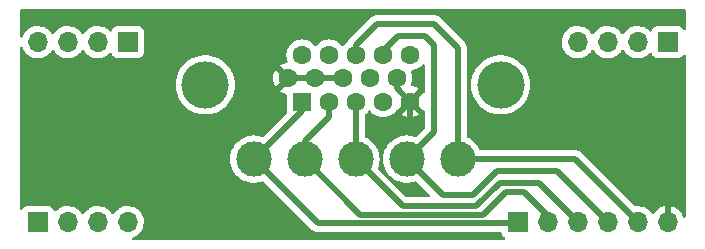
<source format=gbr>
%TF.GenerationSoftware,KiCad,Pcbnew,(6.0.0-0)*%
%TF.CreationDate,2022-07-05T21:59:04-04:00*%
%TF.ProjectId,IO-VGA-output,494f2d56-4741-42d6-9f75-747075742e6b,rev?*%
%TF.SameCoordinates,Original*%
%TF.FileFunction,Copper,L1,Top*%
%TF.FilePolarity,Positive*%
%FSLAX46Y46*%
G04 Gerber Fmt 4.6, Leading zero omitted, Abs format (unit mm)*
G04 Created by KiCad (PCBNEW (6.0.0-0)) date 2022-07-05 21:59:04*
%MOMM*%
%LPD*%
G01*
G04 APERTURE LIST*
%TA.AperFunction,SMDPad,CuDef*%
%ADD10C,3.000000*%
%TD*%
%TA.AperFunction,ComponentPad*%
%ADD11C,4.000000*%
%TD*%
%TA.AperFunction,ComponentPad*%
%ADD12R,1.600000X1.600000*%
%TD*%
%TA.AperFunction,ComponentPad*%
%ADD13C,1.600000*%
%TD*%
%TA.AperFunction,ComponentPad*%
%ADD14R,1.700000X1.700000*%
%TD*%
%TA.AperFunction,ComponentPad*%
%ADD15O,1.700000X1.700000*%
%TD*%
%TA.AperFunction,ViaPad*%
%ADD16C,0.800000*%
%TD*%
%TA.AperFunction,Conductor*%
%ADD17C,0.500000*%
%TD*%
G04 APERTURE END LIST*
D10*
%TO.P,TP1,1,1*%
%TO.N,VGA_BLUE*%
X147574000Y-100076000D03*
%TD*%
%TO.P,TP4,1,1*%
%TO.N,HSYNC*%
X156210000Y-100076000D03*
%TD*%
%TO.P,TP5,1,1*%
%TO.N,VSYNC*%
X151892000Y-100076000D03*
%TD*%
%TO.P,TP2,1,1*%
%TO.N,VGA_GREEN*%
X143256000Y-100076000D03*
%TD*%
D11*
%TO.P,J1,0*%
%TO.N,unconnected-(J1-Pad0)*%
X159835000Y-93788331D03*
X134835000Y-93788331D03*
D12*
%TO.P,J1,1*%
%TO.N,VGA_RED*%
X143020000Y-95208331D03*
D13*
%TO.P,J1,2*%
%TO.N,VGA_GREEN*%
X145310000Y-95208331D03*
%TO.P,J1,3*%
%TO.N,VGA_BLUE*%
X147600000Y-95208331D03*
%TO.P,J1,4*%
%TO.N,unconnected-(J1-Pad4)*%
X149890000Y-95208331D03*
%TO.P,J1,5*%
%TO.N,GND*%
X152180000Y-95208331D03*
%TO.P,J1,6*%
X141875000Y-93228331D03*
%TO.P,J1,7*%
X144165000Y-93228331D03*
%TO.P,J1,8*%
X146455000Y-93228331D03*
%TO.P,J1,9*%
%TO.N,unconnected-(J1-Pad9)*%
X148745000Y-93228331D03*
%TO.P,J1,10*%
%TO.N,GND*%
X151035000Y-93228331D03*
%TO.P,J1,11*%
%TO.N,unconnected-(J1-Pad11)*%
X143020000Y-91248331D03*
%TO.P,J1,12*%
%TO.N,unconnected-(J1-Pad12)*%
X145310000Y-91248331D03*
%TO.P,J1,13*%
%TO.N,HSYNC*%
X147600000Y-91248331D03*
%TO.P,J1,14*%
%TO.N,VSYNC*%
X149890000Y-91248331D03*
%TO.P,J1,15*%
%TO.N,unconnected-(J1-Pad15)*%
X152180000Y-91248331D03*
%TD*%
D10*
%TO.P,TP3,1,1*%
%TO.N,VGA_RED*%
X138938000Y-100076000D03*
%TD*%
D14*
%TO.P,J2,1,Pin_1*%
%TO.N,unconnected-(J2-Pad1)*%
X120650000Y-105410000D03*
D15*
%TO.P,J2,2,Pin_2*%
%TO.N,unconnected-(J2-Pad2)*%
X123190000Y-105410000D03*
%TO.P,J2,3,Pin_3*%
%TO.N,unconnected-(J2-Pad3)*%
X125730000Y-105410000D03*
%TO.P,J2,4,Pin_4*%
%TO.N,unconnected-(J2-Pad4)*%
X128270000Y-105410000D03*
%TD*%
D14*
%TO.P,J3,1,Pin_1*%
%TO.N,VGA_RED*%
X161290000Y-105410000D03*
D15*
%TO.P,J3,2,Pin_2*%
%TO.N,VGA_GREEN*%
X163830000Y-105410000D03*
%TO.P,J3,3,Pin_3*%
%TO.N,VGA_BLUE*%
X166370000Y-105410000D03*
%TO.P,J3,4,Pin_4*%
%TO.N,VSYNC*%
X168910000Y-105410000D03*
%TO.P,J3,5,Pin_5*%
%TO.N,HSYNC*%
X171450000Y-105410000D03*
%TO.P,J3,6,Pin_6*%
%TO.N,GND*%
X173990000Y-105410000D03*
%TD*%
D14*
%TO.P,J5,1,Pin_1*%
%TO.N,unconnected-(J5-Pad1)*%
X173980000Y-90170000D03*
D15*
%TO.P,J5,2,Pin_2*%
%TO.N,unconnected-(J5-Pad2)*%
X171440000Y-90170000D03*
%TO.P,J5,3,Pin_3*%
%TO.N,unconnected-(J5-Pad3)*%
X168900000Y-90170000D03*
%TO.P,J5,4,Pin_4*%
%TO.N,unconnected-(J5-Pad4)*%
X166360000Y-90170000D03*
%TD*%
D14*
%TO.P,J4,1,Pin_1*%
%TO.N,unconnected-(J4-Pad1)*%
X128270000Y-90170000D03*
D15*
%TO.P,J4,2,Pin_2*%
%TO.N,unconnected-(J4-Pad2)*%
X125730000Y-90170000D03*
%TO.P,J4,3,Pin_3*%
%TO.N,unconnected-(J4-Pad3)*%
X123190000Y-90170000D03*
%TO.P,J4,4,Pin_4*%
%TO.N,unconnected-(J4-Pad4)*%
X120650000Y-90170000D03*
%TD*%
D16*
%TO.N,GND*%
X159258000Y-98044000D03*
X152146000Y-97028000D03*
X139192000Y-94996000D03*
%TD*%
D17*
%TO.N,VGA_RED*%
X161290000Y-105410000D02*
X161223465Y-105476535D01*
X161223465Y-105476535D02*
X144338535Y-105476535D01*
X144338535Y-105476535D02*
X138938000Y-100076000D01*
X143020000Y-95994000D02*
X143020000Y-95208331D01*
X138938000Y-100076000D02*
X143020000Y-95994000D01*
%TO.N,VGA_GREEN*%
X147957022Y-104777022D02*
X143256000Y-100076000D01*
X163830000Y-104902000D02*
X161798000Y-102870000D01*
X145310000Y-96498000D02*
X145310000Y-95208331D01*
X161798000Y-102870000D02*
X160274000Y-102870000D01*
X143256000Y-98552000D02*
X145310000Y-96498000D01*
X160274000Y-102870000D02*
X158366978Y-104777022D01*
X143256000Y-100076000D02*
X143256000Y-98552000D01*
X163830000Y-105410000D02*
X163830000Y-104902000D01*
X158366978Y-104777022D02*
X147957022Y-104777022D01*
%TO.N,VGA_BLUE*%
X163068000Y-102108000D02*
X159766000Y-102108000D01*
X159766000Y-102108000D02*
X157796489Y-104077511D01*
X166370000Y-105410000D02*
X163068000Y-102108000D01*
X157796489Y-104077511D02*
X151575511Y-104077511D01*
X147574000Y-95234331D02*
X147600000Y-95208331D01*
X151575511Y-104077511D02*
X147574000Y-100076000D01*
X147574000Y-100076000D02*
X147574000Y-95234331D01*
%TO.N,GND*%
X152180000Y-96994000D02*
X152146000Y-97028000D01*
X151035000Y-93228331D02*
X151035000Y-94063331D01*
X151035000Y-94063331D02*
X152180000Y-95208331D01*
X141875000Y-93228331D02*
X146455000Y-93228331D01*
X152180000Y-95208331D02*
X152180000Y-96994000D01*
%TO.N,HSYNC*%
X149352000Y-88646000D02*
X147600000Y-90398000D01*
X154178000Y-88646000D02*
X149352000Y-88646000D01*
X171450000Y-105410000D02*
X166116000Y-100076000D01*
X166116000Y-100076000D02*
X156210000Y-100076000D01*
X156210000Y-100076000D02*
X156210000Y-90678000D01*
X156210000Y-90678000D02*
X154178000Y-88646000D01*
X147600000Y-90398000D02*
X147600000Y-91248331D01*
%TO.N,VSYNC*%
X154940000Y-103124000D02*
X151892000Y-100076000D01*
X149890000Y-90902000D02*
X149890000Y-91248331D01*
X168910000Y-105410000D02*
X164592000Y-101092000D01*
X153416000Y-89662000D02*
X151130000Y-89662000D01*
X154178000Y-97790000D02*
X154178000Y-90424000D01*
X154178000Y-90424000D02*
X153416000Y-89662000D01*
X151130000Y-89662000D02*
X149890000Y-90902000D01*
X157480000Y-103124000D02*
X154940000Y-103124000D01*
X151892000Y-100076000D02*
X154178000Y-97790000D01*
X159512000Y-101092000D02*
X157480000Y-103124000D01*
X164592000Y-101092000D02*
X159512000Y-101092000D01*
%TD*%
%TA.AperFunction,Conductor*%
%TO.N,GND*%
G36*
X175456121Y-87396002D02*
G01*
X175502614Y-87449658D01*
X175514000Y-87502000D01*
X175514000Y-89009710D01*
X175493998Y-89077831D01*
X175440342Y-89124324D01*
X175370068Y-89134428D01*
X175305488Y-89104934D01*
X175281182Y-89074808D01*
X175280615Y-89073295D01*
X175275230Y-89066109D01*
X175198642Y-88963919D01*
X175193261Y-88956739D01*
X175076705Y-88869385D01*
X174940316Y-88818255D01*
X174878134Y-88811500D01*
X173081866Y-88811500D01*
X173019684Y-88818255D01*
X172883295Y-88869385D01*
X172766739Y-88956739D01*
X172679385Y-89073295D01*
X172676233Y-89081703D01*
X172634919Y-89191907D01*
X172592277Y-89248671D01*
X172525716Y-89273371D01*
X172456367Y-89258163D01*
X172423743Y-89232476D01*
X172373151Y-89176875D01*
X172373142Y-89176866D01*
X172369670Y-89173051D01*
X172365619Y-89169852D01*
X172365615Y-89169848D01*
X172198414Y-89037800D01*
X172198410Y-89037798D01*
X172194359Y-89034598D01*
X171998789Y-88926638D01*
X171993920Y-88924914D01*
X171993916Y-88924912D01*
X171793087Y-88853795D01*
X171793083Y-88853794D01*
X171788212Y-88852069D01*
X171783119Y-88851162D01*
X171783116Y-88851161D01*
X171573373Y-88813800D01*
X171573367Y-88813799D01*
X171568284Y-88812894D01*
X171494452Y-88811992D01*
X171350081Y-88810228D01*
X171350079Y-88810228D01*
X171344911Y-88810165D01*
X171124091Y-88843955D01*
X170911756Y-88913357D01*
X170713607Y-89016507D01*
X170709474Y-89019610D01*
X170709471Y-89019612D01*
X170539100Y-89147530D01*
X170534965Y-89150635D01*
X170495525Y-89191907D01*
X170441280Y-89248671D01*
X170380629Y-89312138D01*
X170273201Y-89469621D01*
X170218293Y-89514621D01*
X170147768Y-89522792D01*
X170084021Y-89491538D01*
X170063324Y-89467054D01*
X169982822Y-89342617D01*
X169982820Y-89342614D01*
X169980014Y-89338277D01*
X169829670Y-89173051D01*
X169825619Y-89169852D01*
X169825615Y-89169848D01*
X169658414Y-89037800D01*
X169658410Y-89037798D01*
X169654359Y-89034598D01*
X169458789Y-88926638D01*
X169453920Y-88924914D01*
X169453916Y-88924912D01*
X169253087Y-88853795D01*
X169253083Y-88853794D01*
X169248212Y-88852069D01*
X169243119Y-88851162D01*
X169243116Y-88851161D01*
X169033373Y-88813800D01*
X169033367Y-88813799D01*
X169028284Y-88812894D01*
X168954452Y-88811992D01*
X168810081Y-88810228D01*
X168810079Y-88810228D01*
X168804911Y-88810165D01*
X168584091Y-88843955D01*
X168371756Y-88913357D01*
X168173607Y-89016507D01*
X168169474Y-89019610D01*
X168169471Y-89019612D01*
X167999100Y-89147530D01*
X167994965Y-89150635D01*
X167955525Y-89191907D01*
X167901280Y-89248671D01*
X167840629Y-89312138D01*
X167733201Y-89469621D01*
X167678293Y-89514621D01*
X167607768Y-89522792D01*
X167544021Y-89491538D01*
X167523324Y-89467054D01*
X167442822Y-89342617D01*
X167442820Y-89342614D01*
X167440014Y-89338277D01*
X167289670Y-89173051D01*
X167285619Y-89169852D01*
X167285615Y-89169848D01*
X167118414Y-89037800D01*
X167118410Y-89037798D01*
X167114359Y-89034598D01*
X166918789Y-88926638D01*
X166913920Y-88924914D01*
X166913916Y-88924912D01*
X166713087Y-88853795D01*
X166713083Y-88853794D01*
X166708212Y-88852069D01*
X166703119Y-88851162D01*
X166703116Y-88851161D01*
X166493373Y-88813800D01*
X166493367Y-88813799D01*
X166488284Y-88812894D01*
X166414452Y-88811992D01*
X166270081Y-88810228D01*
X166270079Y-88810228D01*
X166264911Y-88810165D01*
X166044091Y-88843955D01*
X165831756Y-88913357D01*
X165633607Y-89016507D01*
X165629474Y-89019610D01*
X165629471Y-89019612D01*
X165459100Y-89147530D01*
X165454965Y-89150635D01*
X165415525Y-89191907D01*
X165361280Y-89248671D01*
X165300629Y-89312138D01*
X165174743Y-89496680D01*
X165080688Y-89699305D01*
X165020989Y-89914570D01*
X164997251Y-90136695D01*
X164997548Y-90141848D01*
X164997548Y-90141851D01*
X165000757Y-90197500D01*
X165010110Y-90359715D01*
X165011247Y-90364761D01*
X165011248Y-90364767D01*
X165025846Y-90429542D01*
X165059222Y-90577639D01*
X165143266Y-90784616D01*
X165180685Y-90845678D01*
X165257291Y-90970688D01*
X165259987Y-90975088D01*
X165406250Y-91143938D01*
X165578126Y-91286632D01*
X165771000Y-91399338D01*
X165979692Y-91479030D01*
X165984760Y-91480061D01*
X165984763Y-91480062D01*
X166092017Y-91501883D01*
X166198597Y-91523567D01*
X166203772Y-91523757D01*
X166203774Y-91523757D01*
X166416673Y-91531564D01*
X166416677Y-91531564D01*
X166421837Y-91531753D01*
X166426957Y-91531097D01*
X166426959Y-91531097D01*
X166638288Y-91504025D01*
X166638289Y-91504025D01*
X166643416Y-91503368D01*
X166715529Y-91481733D01*
X166852429Y-91440661D01*
X166852434Y-91440659D01*
X166857384Y-91439174D01*
X167057994Y-91340896D01*
X167239860Y-91211173D01*
X167398096Y-91053489D01*
X167457594Y-90970689D01*
X167528453Y-90872077D01*
X167529776Y-90873028D01*
X167576645Y-90829857D01*
X167646580Y-90817625D01*
X167712026Y-90845144D01*
X167739875Y-90876994D01*
X167799987Y-90975088D01*
X167946250Y-91143938D01*
X168118126Y-91286632D01*
X168311000Y-91399338D01*
X168519692Y-91479030D01*
X168524760Y-91480061D01*
X168524763Y-91480062D01*
X168632017Y-91501883D01*
X168738597Y-91523567D01*
X168743772Y-91523757D01*
X168743774Y-91523757D01*
X168956673Y-91531564D01*
X168956677Y-91531564D01*
X168961837Y-91531753D01*
X168966957Y-91531097D01*
X168966959Y-91531097D01*
X169178288Y-91504025D01*
X169178289Y-91504025D01*
X169183416Y-91503368D01*
X169255529Y-91481733D01*
X169392429Y-91440661D01*
X169392434Y-91440659D01*
X169397384Y-91439174D01*
X169597994Y-91340896D01*
X169779860Y-91211173D01*
X169938096Y-91053489D01*
X169997594Y-90970689D01*
X170068453Y-90872077D01*
X170069776Y-90873028D01*
X170116645Y-90829857D01*
X170186580Y-90817625D01*
X170252026Y-90845144D01*
X170279875Y-90876994D01*
X170339987Y-90975088D01*
X170486250Y-91143938D01*
X170658126Y-91286632D01*
X170851000Y-91399338D01*
X171059692Y-91479030D01*
X171064760Y-91480061D01*
X171064763Y-91480062D01*
X171172017Y-91501883D01*
X171278597Y-91523567D01*
X171283772Y-91523757D01*
X171283774Y-91523757D01*
X171496673Y-91531564D01*
X171496677Y-91531564D01*
X171501837Y-91531753D01*
X171506957Y-91531097D01*
X171506959Y-91531097D01*
X171718288Y-91504025D01*
X171718289Y-91504025D01*
X171723416Y-91503368D01*
X171795529Y-91481733D01*
X171932429Y-91440661D01*
X171932434Y-91440659D01*
X171937384Y-91439174D01*
X172137994Y-91340896D01*
X172319860Y-91211173D01*
X172428091Y-91103319D01*
X172490462Y-91069404D01*
X172561268Y-91074592D01*
X172618030Y-91117238D01*
X172635012Y-91148341D01*
X172679385Y-91266705D01*
X172766739Y-91383261D01*
X172883295Y-91470615D01*
X173019684Y-91521745D01*
X173081866Y-91528500D01*
X174878134Y-91528500D01*
X174940316Y-91521745D01*
X175076705Y-91470615D01*
X175193261Y-91383261D01*
X175241501Y-91318894D01*
X175275231Y-91273889D01*
X175275231Y-91273888D01*
X175280615Y-91266705D01*
X175280646Y-91266622D01*
X175327738Y-91219635D01*
X175397129Y-91204621D01*
X175463622Y-91229506D01*
X175506105Y-91286390D01*
X175514000Y-91330290D01*
X175514000Y-104903361D01*
X175493998Y-104971482D01*
X175440342Y-105017975D01*
X175370068Y-105028079D01*
X175305488Y-104998585D01*
X175272450Y-104953603D01*
X175192972Y-104770814D01*
X175188105Y-104761739D01*
X175072426Y-104582926D01*
X175066136Y-104574757D01*
X174922806Y-104417240D01*
X174915273Y-104410215D01*
X174748139Y-104278222D01*
X174739552Y-104272517D01*
X174553117Y-104169599D01*
X174543705Y-104165369D01*
X174342959Y-104094280D01*
X174332988Y-104091646D01*
X174261837Y-104078972D01*
X174248540Y-104080432D01*
X174244000Y-104094989D01*
X174244000Y-105538000D01*
X174223998Y-105606121D01*
X174170342Y-105652614D01*
X174118000Y-105664000D01*
X173862000Y-105664000D01*
X173793879Y-105643998D01*
X173747386Y-105590342D01*
X173736000Y-105538000D01*
X173736000Y-104093102D01*
X173732082Y-104079758D01*
X173717806Y-104077771D01*
X173679324Y-104083660D01*
X173669288Y-104086051D01*
X173466868Y-104152212D01*
X173457359Y-104156209D01*
X173268463Y-104254542D01*
X173259738Y-104260036D01*
X173089433Y-104387905D01*
X173081726Y-104394748D01*
X172934590Y-104548717D01*
X172928109Y-104556722D01*
X172823498Y-104710074D01*
X172768587Y-104755076D01*
X172698062Y-104763247D01*
X172634315Y-104731993D01*
X172613618Y-104707509D01*
X172532822Y-104582617D01*
X172532820Y-104582614D01*
X172530014Y-104578277D01*
X172379670Y-104413051D01*
X172375619Y-104409852D01*
X172375615Y-104409848D01*
X172208414Y-104277800D01*
X172208410Y-104277798D01*
X172204359Y-104274598D01*
X172168028Y-104254542D01*
X172129256Y-104233139D01*
X172008789Y-104166638D01*
X172003920Y-104164914D01*
X172003916Y-104164912D01*
X171803087Y-104093795D01*
X171803083Y-104093794D01*
X171798212Y-104092069D01*
X171793119Y-104091162D01*
X171793116Y-104091161D01*
X171583373Y-104053800D01*
X171583367Y-104053799D01*
X171578284Y-104052894D01*
X171507770Y-104052033D01*
X171360082Y-104050228D01*
X171360080Y-104050228D01*
X171354911Y-104050165D01*
X171331156Y-104053800D01*
X171251385Y-104066006D01*
X171181023Y-104056538D01*
X171143232Y-104030551D01*
X166699770Y-99587089D01*
X166687384Y-99572677D01*
X166678851Y-99561082D01*
X166678846Y-99561077D01*
X166674508Y-99555182D01*
X166668930Y-99550443D01*
X166668927Y-99550440D01*
X166634232Y-99520965D01*
X166626716Y-99514035D01*
X166621021Y-99508340D01*
X166614880Y-99503482D01*
X166598749Y-99490719D01*
X166595345Y-99487928D01*
X166545297Y-99445409D01*
X166545295Y-99445408D01*
X166539715Y-99440667D01*
X166533199Y-99437339D01*
X166528150Y-99433972D01*
X166523021Y-99430805D01*
X166517284Y-99426266D01*
X166451125Y-99395345D01*
X166447225Y-99393439D01*
X166382192Y-99360231D01*
X166375084Y-99358492D01*
X166369441Y-99356393D01*
X166363678Y-99354476D01*
X166357050Y-99351378D01*
X166285583Y-99336513D01*
X166281299Y-99335543D01*
X166210390Y-99318192D01*
X166204788Y-99317844D01*
X166204785Y-99317844D01*
X166199236Y-99317500D01*
X166199238Y-99317464D01*
X166195245Y-99317225D01*
X166191053Y-99316851D01*
X166183885Y-99315360D01*
X166117675Y-99317151D01*
X166106479Y-99317454D01*
X166103072Y-99317500D01*
X158155557Y-99317500D01*
X158087436Y-99297498D01*
X158043591Y-99249290D01*
X157933978Y-99036919D01*
X157933978Y-99036918D01*
X157932013Y-99033112D01*
X157922040Y-99018921D01*
X157777008Y-98812562D01*
X157774545Y-98809057D01*
X157588125Y-98608445D01*
X157584807Y-98605729D01*
X157584806Y-98605728D01*
X157454069Y-98498721D01*
X157376205Y-98434990D01*
X157152032Y-98297617D01*
X157146366Y-98294145D01*
X157146365Y-98294145D01*
X157142704Y-98291901D01*
X157138768Y-98290173D01*
X157043854Y-98248508D01*
X156989518Y-98202812D01*
X156968500Y-98133135D01*
X156968500Y-93788331D01*
X157321540Y-93788331D01*
X157341359Y-94103351D01*
X157400505Y-94413403D01*
X157498044Y-94713597D01*
X157499731Y-94717183D01*
X157499733Y-94717187D01*
X157630750Y-94995614D01*
X157630754Y-94995621D01*
X157632438Y-94999200D01*
X157801568Y-95265706D01*
X158002767Y-95508913D01*
X158232860Y-95724985D01*
X158488221Y-95910515D01*
X158491690Y-95912422D01*
X158491693Y-95912424D01*
X158761352Y-96060671D01*
X158764821Y-96062578D01*
X158768490Y-96064031D01*
X158768495Y-96064033D01*
X158944487Y-96133713D01*
X159058298Y-96178774D01*
X159364025Y-96257271D01*
X159677179Y-96296831D01*
X159992821Y-96296831D01*
X160305975Y-96257271D01*
X160611702Y-96178774D01*
X160725513Y-96133713D01*
X160901505Y-96064033D01*
X160901510Y-96064031D01*
X160905179Y-96062578D01*
X160908648Y-96060671D01*
X161178307Y-95912424D01*
X161178310Y-95912422D01*
X161181779Y-95910515D01*
X161437140Y-95724985D01*
X161667233Y-95508913D01*
X161868432Y-95265706D01*
X162037562Y-94999200D01*
X162039246Y-94995621D01*
X162039250Y-94995614D01*
X162170267Y-94717187D01*
X162170269Y-94717183D01*
X162171956Y-94713597D01*
X162269495Y-94413403D01*
X162328641Y-94103351D01*
X162348460Y-93788331D01*
X162328641Y-93473311D01*
X162269495Y-93163259D01*
X162171956Y-92863065D01*
X162170267Y-92859475D01*
X162039250Y-92581048D01*
X162039246Y-92581041D01*
X162037562Y-92577462D01*
X162033831Y-92571582D01*
X161975896Y-92480292D01*
X161868432Y-92310956D01*
X161684745Y-92088917D01*
X161669758Y-92070801D01*
X161669757Y-92070800D01*
X161667233Y-92067749D01*
X161437140Y-91851677D01*
X161181779Y-91666147D01*
X160936126Y-91531097D01*
X160908648Y-91515991D01*
X160908647Y-91515990D01*
X160905179Y-91514084D01*
X160901510Y-91512631D01*
X160901505Y-91512629D01*
X160615372Y-91399341D01*
X160615371Y-91399341D01*
X160611702Y-91397888D01*
X160305975Y-91319391D01*
X159992821Y-91279831D01*
X159677179Y-91279831D01*
X159364025Y-91319391D01*
X159058298Y-91397888D01*
X159054629Y-91399341D01*
X159054628Y-91399341D01*
X158768495Y-91512629D01*
X158768490Y-91512631D01*
X158764821Y-91514084D01*
X158761353Y-91515990D01*
X158761352Y-91515991D01*
X158733875Y-91531097D01*
X158488221Y-91666147D01*
X158232860Y-91851677D01*
X158002767Y-92067749D01*
X158000243Y-92070800D01*
X158000242Y-92070801D01*
X157985255Y-92088917D01*
X157801568Y-92310956D01*
X157694104Y-92480292D01*
X157636170Y-92571582D01*
X157632438Y-92577462D01*
X157630754Y-92581041D01*
X157630750Y-92581048D01*
X157499733Y-92859475D01*
X157498044Y-92863065D01*
X157400505Y-93163259D01*
X157341359Y-93473311D01*
X157321540Y-93788331D01*
X156968500Y-93788331D01*
X156968500Y-90745070D01*
X156969933Y-90726120D01*
X156972099Y-90711885D01*
X156972099Y-90711881D01*
X156973199Y-90704651D01*
X156972193Y-90692276D01*
X156968915Y-90651982D01*
X156968500Y-90641767D01*
X156968500Y-90633707D01*
X156965209Y-90605480D01*
X156964778Y-90601121D01*
X156964002Y-90591582D01*
X156958860Y-90528364D01*
X156956605Y-90521403D01*
X156955418Y-90515463D01*
X156954029Y-90509588D01*
X156953182Y-90502319D01*
X156928264Y-90433670D01*
X156926847Y-90429542D01*
X156906607Y-90367064D01*
X156906606Y-90367062D01*
X156904351Y-90360101D01*
X156900555Y-90353846D01*
X156898049Y-90348372D01*
X156895330Y-90342942D01*
X156892833Y-90336063D01*
X156852814Y-90275024D01*
X156850467Y-90271305D01*
X156832765Y-90242133D01*
X156812595Y-90208893D01*
X156805197Y-90200516D01*
X156805224Y-90200492D01*
X156802571Y-90197500D01*
X156799868Y-90194267D01*
X156795856Y-90188148D01*
X156739617Y-90134872D01*
X156737175Y-90132494D01*
X154761770Y-88157089D01*
X154749384Y-88142677D01*
X154740851Y-88131082D01*
X154740846Y-88131077D01*
X154736508Y-88125182D01*
X154730930Y-88120443D01*
X154730927Y-88120440D01*
X154696232Y-88090965D01*
X154688716Y-88084035D01*
X154683021Y-88078340D01*
X154666736Y-88065456D01*
X154660749Y-88060719D01*
X154657345Y-88057928D01*
X154607297Y-88015409D01*
X154607295Y-88015408D01*
X154601715Y-88010667D01*
X154595199Y-88007339D01*
X154590150Y-88003972D01*
X154585021Y-88000805D01*
X154579284Y-87996266D01*
X154513125Y-87965345D01*
X154509225Y-87963439D01*
X154444192Y-87930231D01*
X154437084Y-87928492D01*
X154431441Y-87926393D01*
X154425678Y-87924476D01*
X154419050Y-87921378D01*
X154347583Y-87906513D01*
X154343299Y-87905543D01*
X154308958Y-87897140D01*
X154272390Y-87888192D01*
X154266788Y-87887844D01*
X154266785Y-87887844D01*
X154261236Y-87887500D01*
X154261238Y-87887464D01*
X154257245Y-87887225D01*
X154253053Y-87886851D01*
X154245885Y-87885360D01*
X154182120Y-87887085D01*
X154168479Y-87887454D01*
X154165072Y-87887500D01*
X149419069Y-87887500D01*
X149400121Y-87886067D01*
X149392780Y-87884950D01*
X149385883Y-87883901D01*
X149385881Y-87883901D01*
X149378651Y-87882801D01*
X149371359Y-87883394D01*
X149371356Y-87883394D01*
X149325982Y-87887085D01*
X149315767Y-87887500D01*
X149307707Y-87887500D01*
X149294417Y-87889049D01*
X149279493Y-87890789D01*
X149275118Y-87891222D01*
X149209661Y-87896546D01*
X149209658Y-87896547D01*
X149202363Y-87897140D01*
X149195399Y-87899396D01*
X149189440Y-87900587D01*
X149183585Y-87901971D01*
X149176319Y-87902818D01*
X149107673Y-87927735D01*
X149103545Y-87929152D01*
X149041064Y-87949393D01*
X149041062Y-87949394D01*
X149034101Y-87951649D01*
X149027846Y-87955445D01*
X149022372Y-87957951D01*
X149016942Y-87960670D01*
X149010063Y-87963167D01*
X149003943Y-87967180D01*
X149003942Y-87967180D01*
X148949024Y-88003186D01*
X148945320Y-88005523D01*
X148882893Y-88043405D01*
X148874516Y-88050803D01*
X148874492Y-88050776D01*
X148871500Y-88053429D01*
X148868267Y-88056132D01*
X148862148Y-88060144D01*
X148832951Y-88090965D01*
X148808872Y-88116383D01*
X148806494Y-88118825D01*
X147111089Y-89814230D01*
X147096677Y-89826616D01*
X147085082Y-89835149D01*
X147085077Y-89835154D01*
X147079182Y-89839492D01*
X147074443Y-89845070D01*
X147074440Y-89845073D01*
X147044965Y-89879768D01*
X147038035Y-89887284D01*
X147032340Y-89892979D01*
X147030060Y-89895861D01*
X147014719Y-89915251D01*
X147011928Y-89918655D01*
X146998184Y-89934833D01*
X146964667Y-89974285D01*
X146961339Y-89980801D01*
X146957972Y-89985850D01*
X146954805Y-89990979D01*
X146950266Y-89996716D01*
X146919345Y-90062875D01*
X146917442Y-90066769D01*
X146884231Y-90131808D01*
X146881959Y-90130648D01*
X146843086Y-90180944D01*
X146796321Y-90213690D01*
X146755700Y-90242133D01*
X146593802Y-90404031D01*
X146590645Y-90408539D01*
X146590643Y-90408542D01*
X146558213Y-90454857D01*
X146502756Y-90499185D01*
X146432136Y-90506494D01*
X146368776Y-90474463D01*
X146351787Y-90454857D01*
X146319357Y-90408542D01*
X146319355Y-90408539D01*
X146316198Y-90404031D01*
X146154300Y-90242133D01*
X146149792Y-90238976D01*
X146149789Y-90238974D01*
X146066913Y-90180944D01*
X145966749Y-90110808D01*
X145961767Y-90108485D01*
X145961762Y-90108482D01*
X145764225Y-90016370D01*
X145764224Y-90016370D01*
X145759243Y-90014047D01*
X145753935Y-90012625D01*
X145753933Y-90012624D01*
X145543402Y-89956212D01*
X145543400Y-89956212D01*
X145538087Y-89954788D01*
X145310000Y-89934833D01*
X145081913Y-89954788D01*
X145076600Y-89956212D01*
X145076598Y-89956212D01*
X144866067Y-90012624D01*
X144866065Y-90012625D01*
X144860757Y-90014047D01*
X144855776Y-90016370D01*
X144855775Y-90016370D01*
X144658238Y-90108482D01*
X144658233Y-90108485D01*
X144653251Y-90110808D01*
X144553087Y-90180944D01*
X144470211Y-90238974D01*
X144470208Y-90238976D01*
X144465700Y-90242133D01*
X144303802Y-90404031D01*
X144300645Y-90408539D01*
X144300643Y-90408542D01*
X144268213Y-90454857D01*
X144212756Y-90499185D01*
X144142136Y-90506494D01*
X144078776Y-90474463D01*
X144061787Y-90454857D01*
X144029357Y-90408542D01*
X144029355Y-90408539D01*
X144026198Y-90404031D01*
X143864300Y-90242133D01*
X143859792Y-90238976D01*
X143859789Y-90238974D01*
X143776913Y-90180944D01*
X143676749Y-90110808D01*
X143671767Y-90108485D01*
X143671762Y-90108482D01*
X143474225Y-90016370D01*
X143474224Y-90016370D01*
X143469243Y-90014047D01*
X143463935Y-90012625D01*
X143463933Y-90012624D01*
X143253402Y-89956212D01*
X143253400Y-89956212D01*
X143248087Y-89954788D01*
X143020000Y-89934833D01*
X142791913Y-89954788D01*
X142786600Y-89956212D01*
X142786598Y-89956212D01*
X142576067Y-90012624D01*
X142576065Y-90012625D01*
X142570757Y-90014047D01*
X142565776Y-90016370D01*
X142565775Y-90016370D01*
X142368238Y-90108482D01*
X142368233Y-90108485D01*
X142363251Y-90110808D01*
X142263087Y-90180944D01*
X142180211Y-90238974D01*
X142180208Y-90238976D01*
X142175700Y-90242133D01*
X142013802Y-90404031D01*
X141882477Y-90591582D01*
X141880154Y-90596564D01*
X141880151Y-90596569D01*
X141792464Y-90784616D01*
X141785716Y-90799088D01*
X141784294Y-90804396D01*
X141784293Y-90804398D01*
X141727881Y-91014929D01*
X141726457Y-91020244D01*
X141706502Y-91248331D01*
X141726457Y-91476418D01*
X141727881Y-91481731D01*
X141727881Y-91481733D01*
X141777919Y-91668474D01*
X141785716Y-91697574D01*
X141788039Y-91702555D01*
X141788039Y-91702556D01*
X141810730Y-91751217D01*
X141821391Y-91821409D01*
X141792411Y-91886222D01*
X141732991Y-91925078D01*
X141707516Y-91929988D01*
X141652480Y-91934803D01*
X141641688Y-91936706D01*
X141431239Y-91993095D01*
X141420947Y-91996841D01*
X141223489Y-92088917D01*
X141213994Y-92094400D01*
X141161952Y-92130840D01*
X141153576Y-92141319D01*
X141160644Y-92154765D01*
X142145115Y-93139236D01*
X142179141Y-93201548D01*
X142174076Y-93272363D01*
X142145115Y-93317426D01*
X141159923Y-94302618D01*
X141153493Y-94314393D01*
X141162789Y-94326408D01*
X141213994Y-94362262D01*
X141223489Y-94367745D01*
X141420947Y-94459821D01*
X141431239Y-94463567D01*
X141618111Y-94513639D01*
X141678734Y-94550591D01*
X141709755Y-94614451D01*
X141711500Y-94635346D01*
X141711500Y-96056465D01*
X141718255Y-96118647D01*
X141721029Y-96126047D01*
X141722852Y-96133713D01*
X141719150Y-96204613D01*
X141689364Y-96251955D01*
X139777814Y-98163505D01*
X139715502Y-98197531D01*
X139638074Y-98189783D01*
X139619945Y-98181825D01*
X139356566Y-98106800D01*
X139352324Y-98106196D01*
X139352318Y-98106195D01*
X139151834Y-98077662D01*
X139085443Y-98068213D01*
X138941589Y-98067460D01*
X138815877Y-98066802D01*
X138815871Y-98066802D01*
X138811591Y-98066780D01*
X138807347Y-98067339D01*
X138807343Y-98067339D01*
X138688302Y-98083011D01*
X138540078Y-98102525D01*
X138535938Y-98103658D01*
X138535936Y-98103658D01*
X138471722Y-98121225D01*
X138275928Y-98174788D01*
X138271980Y-98176472D01*
X138027982Y-98280546D01*
X138027978Y-98280548D01*
X138024030Y-98282232D01*
X137915593Y-98347130D01*
X137792725Y-98420664D01*
X137792721Y-98420667D01*
X137789043Y-98422868D01*
X137575318Y-98594094D01*
X137386808Y-98792742D01*
X137227002Y-99015136D01*
X137098857Y-99257161D01*
X137097385Y-99261184D01*
X137097383Y-99261188D01*
X137006214Y-99510317D01*
X137004743Y-99514337D01*
X136946404Y-99781907D01*
X136924917Y-100054918D01*
X136940682Y-100328320D01*
X136941507Y-100332525D01*
X136941508Y-100332533D01*
X136952127Y-100386657D01*
X136993405Y-100597053D01*
X136994792Y-100601103D01*
X136994793Y-100601108D01*
X137074811Y-100834821D01*
X137082112Y-100856144D01*
X137205160Y-101100799D01*
X137207586Y-101104328D01*
X137207589Y-101104334D01*
X137357843Y-101322953D01*
X137360274Y-101326490D01*
X137544582Y-101529043D01*
X137754675Y-101704707D01*
X137758316Y-101706991D01*
X137983024Y-101847951D01*
X137983028Y-101847953D01*
X137986664Y-101850234D01*
X138111460Y-101906582D01*
X138232345Y-101961164D01*
X138232349Y-101961166D01*
X138236257Y-101962930D01*
X138240377Y-101964150D01*
X138240376Y-101964150D01*
X138494723Y-102039491D01*
X138494727Y-102039492D01*
X138498836Y-102040709D01*
X138503070Y-102041357D01*
X138503075Y-102041358D01*
X138765298Y-102081483D01*
X138765300Y-102081483D01*
X138769540Y-102082132D01*
X138908912Y-102084322D01*
X139039071Y-102086367D01*
X139039077Y-102086367D01*
X139043362Y-102086434D01*
X139315235Y-102053534D01*
X139580127Y-101984041D01*
X139584096Y-101982397D01*
X139584099Y-101982396D01*
X139638981Y-101959663D01*
X139709571Y-101952073D01*
X139776295Y-101986976D01*
X143754765Y-105965446D01*
X143767151Y-105979858D01*
X143775684Y-105991453D01*
X143775689Y-105991458D01*
X143780027Y-105997353D01*
X143785605Y-106002092D01*
X143785608Y-106002095D01*
X143820303Y-106031570D01*
X143827819Y-106038500D01*
X143833514Y-106044195D01*
X143836396Y-106046475D01*
X143855786Y-106061816D01*
X143859190Y-106064607D01*
X143883364Y-106085144D01*
X143914820Y-106111868D01*
X143921336Y-106115196D01*
X143926385Y-106118563D01*
X143931514Y-106121730D01*
X143937251Y-106126269D01*
X144003410Y-106157190D01*
X144007304Y-106159093D01*
X144072343Y-106192304D01*
X144079452Y-106194043D01*
X144085086Y-106196139D01*
X144090856Y-106198058D01*
X144097485Y-106201157D01*
X144104648Y-106202647D01*
X144104651Y-106202648D01*
X144155365Y-106213196D01*
X144168970Y-106216026D01*
X144173236Y-106216992D01*
X144244145Y-106234343D01*
X144249747Y-106234691D01*
X144249750Y-106234691D01*
X144255299Y-106235035D01*
X144255297Y-106235070D01*
X144259269Y-106235310D01*
X144263490Y-106235687D01*
X144270650Y-106237176D01*
X144348077Y-106235081D01*
X144351485Y-106235035D01*
X159810506Y-106235035D01*
X159878627Y-106255037D01*
X159925120Y-106308693D01*
X159935769Y-106347429D01*
X159938255Y-106370316D01*
X159989385Y-106506705D01*
X160076739Y-106623261D01*
X160166176Y-106690290D01*
X160188704Y-106707174D01*
X160231219Y-106764033D01*
X160236245Y-106834852D01*
X160202185Y-106897145D01*
X160139854Y-106931135D01*
X160113139Y-106934000D01*
X128776460Y-106934000D01*
X128708339Y-106913998D01*
X128661846Y-106860342D01*
X128651742Y-106790068D01*
X128681236Y-106725488D01*
X128740253Y-106687314D01*
X128762425Y-106680662D01*
X128762427Y-106680661D01*
X128767384Y-106679174D01*
X128967994Y-106580896D01*
X129149860Y-106451173D01*
X129308096Y-106293489D01*
X129335727Y-106255037D01*
X129435435Y-106116277D01*
X129438453Y-106112077D01*
X129451995Y-106084678D01*
X129535136Y-105916453D01*
X129535137Y-105916451D01*
X129537430Y-105911811D01*
X129602370Y-105698069D01*
X129631529Y-105476590D01*
X129633156Y-105410000D01*
X129614852Y-105187361D01*
X129560431Y-104970702D01*
X129471354Y-104765840D01*
X129387400Y-104636067D01*
X129352822Y-104582617D01*
X129352820Y-104582614D01*
X129350014Y-104578277D01*
X129199670Y-104413051D01*
X129195619Y-104409852D01*
X129195615Y-104409848D01*
X129028414Y-104277800D01*
X129028410Y-104277798D01*
X129024359Y-104274598D01*
X128988028Y-104254542D01*
X128949256Y-104233139D01*
X128828789Y-104166638D01*
X128823920Y-104164914D01*
X128823916Y-104164912D01*
X128623087Y-104093795D01*
X128623083Y-104093794D01*
X128618212Y-104092069D01*
X128613119Y-104091162D01*
X128613116Y-104091161D01*
X128403373Y-104053800D01*
X128403367Y-104053799D01*
X128398284Y-104052894D01*
X128324452Y-104051992D01*
X128180081Y-104050228D01*
X128180079Y-104050228D01*
X128174911Y-104050165D01*
X127954091Y-104083955D01*
X127741756Y-104153357D01*
X127543607Y-104256507D01*
X127539474Y-104259610D01*
X127539471Y-104259612D01*
X127417462Y-104351219D01*
X127364965Y-104390635D01*
X127361393Y-104394373D01*
X127253729Y-104507037D01*
X127210629Y-104552138D01*
X127103201Y-104709621D01*
X127048293Y-104754621D01*
X126977768Y-104762792D01*
X126914021Y-104731538D01*
X126893324Y-104707054D01*
X126812822Y-104582617D01*
X126812820Y-104582614D01*
X126810014Y-104578277D01*
X126659670Y-104413051D01*
X126655619Y-104409852D01*
X126655615Y-104409848D01*
X126488414Y-104277800D01*
X126488410Y-104277798D01*
X126484359Y-104274598D01*
X126448028Y-104254542D01*
X126409256Y-104233139D01*
X126288789Y-104166638D01*
X126283920Y-104164914D01*
X126283916Y-104164912D01*
X126083087Y-104093795D01*
X126083083Y-104093794D01*
X126078212Y-104092069D01*
X126073119Y-104091162D01*
X126073116Y-104091161D01*
X125863373Y-104053800D01*
X125863367Y-104053799D01*
X125858284Y-104052894D01*
X125784452Y-104051992D01*
X125640081Y-104050228D01*
X125640079Y-104050228D01*
X125634911Y-104050165D01*
X125414091Y-104083955D01*
X125201756Y-104153357D01*
X125003607Y-104256507D01*
X124999474Y-104259610D01*
X124999471Y-104259612D01*
X124877462Y-104351219D01*
X124824965Y-104390635D01*
X124821393Y-104394373D01*
X124713729Y-104507037D01*
X124670629Y-104552138D01*
X124563201Y-104709621D01*
X124508293Y-104754621D01*
X124437768Y-104762792D01*
X124374021Y-104731538D01*
X124353324Y-104707054D01*
X124272822Y-104582617D01*
X124272820Y-104582614D01*
X124270014Y-104578277D01*
X124119670Y-104413051D01*
X124115619Y-104409852D01*
X124115615Y-104409848D01*
X123948414Y-104277800D01*
X123948410Y-104277798D01*
X123944359Y-104274598D01*
X123908028Y-104254542D01*
X123869256Y-104233139D01*
X123748789Y-104166638D01*
X123743920Y-104164914D01*
X123743916Y-104164912D01*
X123543087Y-104093795D01*
X123543083Y-104093794D01*
X123538212Y-104092069D01*
X123533119Y-104091162D01*
X123533116Y-104091161D01*
X123323373Y-104053800D01*
X123323367Y-104053799D01*
X123318284Y-104052894D01*
X123244452Y-104051992D01*
X123100081Y-104050228D01*
X123100079Y-104050228D01*
X123094911Y-104050165D01*
X122874091Y-104083955D01*
X122661756Y-104153357D01*
X122463607Y-104256507D01*
X122459474Y-104259610D01*
X122459471Y-104259612D01*
X122337462Y-104351219D01*
X122284965Y-104390635D01*
X122207866Y-104471315D01*
X122204283Y-104475064D01*
X122142759Y-104510494D01*
X122071846Y-104507037D01*
X122014060Y-104465791D01*
X121995207Y-104432243D01*
X121953767Y-104321703D01*
X121950615Y-104313295D01*
X121863261Y-104196739D01*
X121746705Y-104109385D01*
X121610316Y-104058255D01*
X121548134Y-104051500D01*
X119751866Y-104051500D01*
X119689684Y-104058255D01*
X119553295Y-104109385D01*
X119436739Y-104196739D01*
X119379947Y-104272517D01*
X119352826Y-104308704D01*
X119295967Y-104351219D01*
X119225148Y-104356245D01*
X119162855Y-104322185D01*
X119128865Y-104259854D01*
X119126000Y-104233139D01*
X119126000Y-93788331D01*
X132321540Y-93788331D01*
X132341359Y-94103351D01*
X132400505Y-94413403D01*
X132498044Y-94713597D01*
X132499731Y-94717183D01*
X132499733Y-94717187D01*
X132630750Y-94995614D01*
X132630754Y-94995621D01*
X132632438Y-94999200D01*
X132801568Y-95265706D01*
X133002767Y-95508913D01*
X133232860Y-95724985D01*
X133488221Y-95910515D01*
X133491690Y-95912422D01*
X133491693Y-95912424D01*
X133761352Y-96060671D01*
X133764821Y-96062578D01*
X133768490Y-96064031D01*
X133768495Y-96064033D01*
X133944487Y-96133713D01*
X134058298Y-96178774D01*
X134364025Y-96257271D01*
X134677179Y-96296831D01*
X134992821Y-96296831D01*
X135305975Y-96257271D01*
X135611702Y-96178774D01*
X135725513Y-96133713D01*
X135901505Y-96064033D01*
X135901510Y-96064031D01*
X135905179Y-96062578D01*
X135908648Y-96060671D01*
X136178307Y-95912424D01*
X136178310Y-95912422D01*
X136181779Y-95910515D01*
X136437140Y-95724985D01*
X136667233Y-95508913D01*
X136868432Y-95265706D01*
X137037562Y-94999200D01*
X137039246Y-94995621D01*
X137039250Y-94995614D01*
X137170267Y-94717187D01*
X137170269Y-94717183D01*
X137171956Y-94713597D01*
X137269495Y-94413403D01*
X137328641Y-94103351D01*
X137348460Y-93788331D01*
X137328641Y-93473311D01*
X137282953Y-93233806D01*
X140562483Y-93233806D01*
X140581472Y-93450850D01*
X140583375Y-93461643D01*
X140639764Y-93672092D01*
X140643510Y-93682384D01*
X140735586Y-93879842D01*
X140741069Y-93889337D01*
X140777509Y-93941379D01*
X140787988Y-93949755D01*
X140801434Y-93942687D01*
X141502978Y-93241143D01*
X141510592Y-93227199D01*
X141510461Y-93225366D01*
X141506210Y-93218751D01*
X140800713Y-92513254D01*
X140788938Y-92506824D01*
X140776923Y-92516120D01*
X140741069Y-92567325D01*
X140735586Y-92576820D01*
X140643510Y-92774278D01*
X140639764Y-92784570D01*
X140583375Y-92995019D01*
X140581472Y-93005812D01*
X140562483Y-93222856D01*
X140562483Y-93233806D01*
X137282953Y-93233806D01*
X137269495Y-93163259D01*
X137171956Y-92863065D01*
X137170267Y-92859475D01*
X137039250Y-92581048D01*
X137039246Y-92581041D01*
X137037562Y-92577462D01*
X137033831Y-92571582D01*
X136975896Y-92480292D01*
X136868432Y-92310956D01*
X136684745Y-92088917D01*
X136669758Y-92070801D01*
X136669757Y-92070800D01*
X136667233Y-92067749D01*
X136437140Y-91851677D01*
X136181779Y-91666147D01*
X135936126Y-91531097D01*
X135908648Y-91515991D01*
X135908647Y-91515990D01*
X135905179Y-91514084D01*
X135901510Y-91512631D01*
X135901505Y-91512629D01*
X135615372Y-91399341D01*
X135615371Y-91399341D01*
X135611702Y-91397888D01*
X135305975Y-91319391D01*
X134992821Y-91279831D01*
X134677179Y-91279831D01*
X134364025Y-91319391D01*
X134058298Y-91397888D01*
X134054629Y-91399341D01*
X134054628Y-91399341D01*
X133768495Y-91512629D01*
X133768490Y-91512631D01*
X133764821Y-91514084D01*
X133761353Y-91515990D01*
X133761352Y-91515991D01*
X133733875Y-91531097D01*
X133488221Y-91666147D01*
X133232860Y-91851677D01*
X133002767Y-92067749D01*
X133000243Y-92070800D01*
X133000242Y-92070801D01*
X132985255Y-92088917D01*
X132801568Y-92310956D01*
X132694104Y-92480292D01*
X132636170Y-92571582D01*
X132632438Y-92577462D01*
X132630754Y-92581041D01*
X132630750Y-92581048D01*
X132499733Y-92859475D01*
X132498044Y-92863065D01*
X132400505Y-93163259D01*
X132341359Y-93473311D01*
X132321540Y-93788331D01*
X119126000Y-93788331D01*
X119126000Y-90673118D01*
X119146002Y-90604997D01*
X119199658Y-90558504D01*
X119269932Y-90548400D01*
X119334512Y-90577894D01*
X119368743Y-90625714D01*
X119433266Y-90784616D01*
X119470685Y-90845678D01*
X119547291Y-90970688D01*
X119549987Y-90975088D01*
X119696250Y-91143938D01*
X119868126Y-91286632D01*
X120061000Y-91399338D01*
X120269692Y-91479030D01*
X120274760Y-91480061D01*
X120274763Y-91480062D01*
X120382017Y-91501883D01*
X120488597Y-91523567D01*
X120493772Y-91523757D01*
X120493774Y-91523757D01*
X120706673Y-91531564D01*
X120706677Y-91531564D01*
X120711837Y-91531753D01*
X120716957Y-91531097D01*
X120716959Y-91531097D01*
X120928288Y-91504025D01*
X120928289Y-91504025D01*
X120933416Y-91503368D01*
X121005529Y-91481733D01*
X121142429Y-91440661D01*
X121142434Y-91440659D01*
X121147384Y-91439174D01*
X121347994Y-91340896D01*
X121529860Y-91211173D01*
X121688096Y-91053489D01*
X121747594Y-90970689D01*
X121818453Y-90872077D01*
X121819776Y-90873028D01*
X121866645Y-90829857D01*
X121936580Y-90817625D01*
X122002026Y-90845144D01*
X122029875Y-90876994D01*
X122089987Y-90975088D01*
X122236250Y-91143938D01*
X122408126Y-91286632D01*
X122601000Y-91399338D01*
X122809692Y-91479030D01*
X122814760Y-91480061D01*
X122814763Y-91480062D01*
X122922017Y-91501883D01*
X123028597Y-91523567D01*
X123033772Y-91523757D01*
X123033774Y-91523757D01*
X123246673Y-91531564D01*
X123246677Y-91531564D01*
X123251837Y-91531753D01*
X123256957Y-91531097D01*
X123256959Y-91531097D01*
X123468288Y-91504025D01*
X123468289Y-91504025D01*
X123473416Y-91503368D01*
X123545529Y-91481733D01*
X123682429Y-91440661D01*
X123682434Y-91440659D01*
X123687384Y-91439174D01*
X123887994Y-91340896D01*
X124069860Y-91211173D01*
X124228096Y-91053489D01*
X124287594Y-90970689D01*
X124358453Y-90872077D01*
X124359776Y-90873028D01*
X124406645Y-90829857D01*
X124476580Y-90817625D01*
X124542026Y-90845144D01*
X124569875Y-90876994D01*
X124629987Y-90975088D01*
X124776250Y-91143938D01*
X124948126Y-91286632D01*
X125141000Y-91399338D01*
X125349692Y-91479030D01*
X125354760Y-91480061D01*
X125354763Y-91480062D01*
X125462017Y-91501883D01*
X125568597Y-91523567D01*
X125573772Y-91523757D01*
X125573774Y-91523757D01*
X125786673Y-91531564D01*
X125786677Y-91531564D01*
X125791837Y-91531753D01*
X125796957Y-91531097D01*
X125796959Y-91531097D01*
X126008288Y-91504025D01*
X126008289Y-91504025D01*
X126013416Y-91503368D01*
X126085529Y-91481733D01*
X126222429Y-91440661D01*
X126222434Y-91440659D01*
X126227384Y-91439174D01*
X126427994Y-91340896D01*
X126609860Y-91211173D01*
X126718091Y-91103319D01*
X126780462Y-91069404D01*
X126851268Y-91074592D01*
X126908030Y-91117238D01*
X126925012Y-91148341D01*
X126969385Y-91266705D01*
X127056739Y-91383261D01*
X127173295Y-91470615D01*
X127309684Y-91521745D01*
X127371866Y-91528500D01*
X129168134Y-91528500D01*
X129230316Y-91521745D01*
X129366705Y-91470615D01*
X129483261Y-91383261D01*
X129570615Y-91266705D01*
X129621745Y-91130316D01*
X129628500Y-91068134D01*
X129628500Y-89271866D01*
X129621745Y-89209684D01*
X129570615Y-89073295D01*
X129483261Y-88956739D01*
X129366705Y-88869385D01*
X129230316Y-88818255D01*
X129168134Y-88811500D01*
X127371866Y-88811500D01*
X127309684Y-88818255D01*
X127173295Y-88869385D01*
X127056739Y-88956739D01*
X126969385Y-89073295D01*
X126966233Y-89081703D01*
X126924919Y-89191907D01*
X126882277Y-89248671D01*
X126815716Y-89273371D01*
X126746367Y-89258163D01*
X126713743Y-89232476D01*
X126663151Y-89176875D01*
X126663142Y-89176866D01*
X126659670Y-89173051D01*
X126655619Y-89169852D01*
X126655615Y-89169848D01*
X126488414Y-89037800D01*
X126488410Y-89037798D01*
X126484359Y-89034598D01*
X126288789Y-88926638D01*
X126283920Y-88924914D01*
X126283916Y-88924912D01*
X126083087Y-88853795D01*
X126083083Y-88853794D01*
X126078212Y-88852069D01*
X126073119Y-88851162D01*
X126073116Y-88851161D01*
X125863373Y-88813800D01*
X125863367Y-88813799D01*
X125858284Y-88812894D01*
X125784452Y-88811992D01*
X125640081Y-88810228D01*
X125640079Y-88810228D01*
X125634911Y-88810165D01*
X125414091Y-88843955D01*
X125201756Y-88913357D01*
X125003607Y-89016507D01*
X124999474Y-89019610D01*
X124999471Y-89019612D01*
X124829100Y-89147530D01*
X124824965Y-89150635D01*
X124785525Y-89191907D01*
X124731280Y-89248671D01*
X124670629Y-89312138D01*
X124563201Y-89469621D01*
X124508293Y-89514621D01*
X124437768Y-89522792D01*
X124374021Y-89491538D01*
X124353324Y-89467054D01*
X124272822Y-89342617D01*
X124272820Y-89342614D01*
X124270014Y-89338277D01*
X124119670Y-89173051D01*
X124115619Y-89169852D01*
X124115615Y-89169848D01*
X123948414Y-89037800D01*
X123948410Y-89037798D01*
X123944359Y-89034598D01*
X123748789Y-88926638D01*
X123743920Y-88924914D01*
X123743916Y-88924912D01*
X123543087Y-88853795D01*
X123543083Y-88853794D01*
X123538212Y-88852069D01*
X123533119Y-88851162D01*
X123533116Y-88851161D01*
X123323373Y-88813800D01*
X123323367Y-88813799D01*
X123318284Y-88812894D01*
X123244452Y-88811992D01*
X123100081Y-88810228D01*
X123100079Y-88810228D01*
X123094911Y-88810165D01*
X122874091Y-88843955D01*
X122661756Y-88913357D01*
X122463607Y-89016507D01*
X122459474Y-89019610D01*
X122459471Y-89019612D01*
X122289100Y-89147530D01*
X122284965Y-89150635D01*
X122245525Y-89191907D01*
X122191280Y-89248671D01*
X122130629Y-89312138D01*
X122023201Y-89469621D01*
X121968293Y-89514621D01*
X121897768Y-89522792D01*
X121834021Y-89491538D01*
X121813324Y-89467054D01*
X121732822Y-89342617D01*
X121732820Y-89342614D01*
X121730014Y-89338277D01*
X121579670Y-89173051D01*
X121575619Y-89169852D01*
X121575615Y-89169848D01*
X121408414Y-89037800D01*
X121408410Y-89037798D01*
X121404359Y-89034598D01*
X121208789Y-88926638D01*
X121203920Y-88924914D01*
X121203916Y-88924912D01*
X121003087Y-88853795D01*
X121003083Y-88853794D01*
X120998212Y-88852069D01*
X120993119Y-88851162D01*
X120993116Y-88851161D01*
X120783373Y-88813800D01*
X120783367Y-88813799D01*
X120778284Y-88812894D01*
X120704452Y-88811992D01*
X120560081Y-88810228D01*
X120560079Y-88810228D01*
X120554911Y-88810165D01*
X120334091Y-88843955D01*
X120121756Y-88913357D01*
X119923607Y-89016507D01*
X119919474Y-89019610D01*
X119919471Y-89019612D01*
X119749100Y-89147530D01*
X119744965Y-89150635D01*
X119705525Y-89191907D01*
X119651280Y-89248671D01*
X119590629Y-89312138D01*
X119464743Y-89496680D01*
X119370688Y-89699305D01*
X119369880Y-89702220D01*
X119327959Y-89758744D01*
X119261551Y-89783852D01*
X119192110Y-89769072D01*
X119141684Y-89719095D01*
X119126000Y-89658215D01*
X119126000Y-87502000D01*
X119146002Y-87433879D01*
X119199658Y-87387386D01*
X119252000Y-87376000D01*
X175388000Y-87376000D01*
X175456121Y-87396002D01*
G37*
%TD.AperFunction*%
%TA.AperFunction,Conductor*%
G36*
X153379722Y-92067182D02*
G01*
X153415708Y-92128383D01*
X153419500Y-92159062D01*
X153419500Y-94361633D01*
X153399498Y-94429754D01*
X153345842Y-94476247D01*
X153280528Y-94486963D01*
X153269147Y-94485785D01*
X153253566Y-94493975D01*
X152552022Y-95195519D01*
X152544408Y-95209463D01*
X152544539Y-95211296D01*
X152548790Y-95217911D01*
X153254287Y-95923408D01*
X153268231Y-95931022D01*
X153284511Y-95929858D01*
X153353885Y-95944949D01*
X153404087Y-95995151D01*
X153419500Y-96055537D01*
X153419500Y-97423629D01*
X153399498Y-97491750D01*
X153382595Y-97512724D01*
X152731814Y-98163505D01*
X152669502Y-98197531D01*
X152592074Y-98189783D01*
X152573945Y-98181825D01*
X152310566Y-98106800D01*
X152306324Y-98106196D01*
X152306318Y-98106195D01*
X152105834Y-98077662D01*
X152039443Y-98068213D01*
X151895589Y-98067460D01*
X151769877Y-98066802D01*
X151769871Y-98066802D01*
X151765591Y-98066780D01*
X151761347Y-98067339D01*
X151761343Y-98067339D01*
X151642302Y-98083011D01*
X151494078Y-98102525D01*
X151489938Y-98103658D01*
X151489936Y-98103658D01*
X151425722Y-98121225D01*
X151229928Y-98174788D01*
X151225980Y-98176472D01*
X150981982Y-98280546D01*
X150981978Y-98280548D01*
X150978030Y-98282232D01*
X150869593Y-98347130D01*
X150746725Y-98420664D01*
X150746721Y-98420667D01*
X150743043Y-98422868D01*
X150529318Y-98594094D01*
X150340808Y-98792742D01*
X150181002Y-99015136D01*
X150052857Y-99257161D01*
X150051385Y-99261184D01*
X150051383Y-99261188D01*
X149960214Y-99510317D01*
X149958743Y-99514337D01*
X149900404Y-99781907D01*
X149878917Y-100054918D01*
X149894682Y-100328320D01*
X149895507Y-100332525D01*
X149895508Y-100332533D01*
X149906127Y-100386657D01*
X149947405Y-100597053D01*
X149948792Y-100601103D01*
X149948793Y-100601108D01*
X150028811Y-100834821D01*
X150036112Y-100856144D01*
X150159160Y-101100799D01*
X150161586Y-101104328D01*
X150161589Y-101104334D01*
X150311843Y-101322953D01*
X150314274Y-101326490D01*
X150498582Y-101529043D01*
X150708675Y-101704707D01*
X150712316Y-101706991D01*
X150937024Y-101847951D01*
X150937028Y-101847953D01*
X150940664Y-101850234D01*
X151065460Y-101906582D01*
X151186345Y-101961164D01*
X151186349Y-101961166D01*
X151190257Y-101962930D01*
X151194377Y-101964150D01*
X151194376Y-101964150D01*
X151448723Y-102039491D01*
X151448727Y-102039492D01*
X151452836Y-102040709D01*
X151457070Y-102041357D01*
X151457075Y-102041358D01*
X151719298Y-102081483D01*
X151719300Y-102081483D01*
X151723540Y-102082132D01*
X151862912Y-102084322D01*
X151993071Y-102086367D01*
X151993077Y-102086367D01*
X151997362Y-102086434D01*
X152269235Y-102053534D01*
X152534127Y-101984041D01*
X152538096Y-101982397D01*
X152538099Y-101982396D01*
X152592981Y-101959663D01*
X152663571Y-101952073D01*
X152730295Y-101986976D01*
X153847235Y-103103916D01*
X153881261Y-103166228D01*
X153876196Y-103237043D01*
X153833649Y-103293879D01*
X153767129Y-103318690D01*
X153758140Y-103319011D01*
X151941882Y-103319011D01*
X151873761Y-103299009D01*
X151852787Y-103282106D01*
X149484009Y-100913328D01*
X149449983Y-100851016D01*
X149455238Y-100779695D01*
X149499751Y-100661895D01*
X149499752Y-100661891D01*
X149501269Y-100657877D01*
X149562407Y-100390933D01*
X149586751Y-100118161D01*
X149587193Y-100076000D01*
X149568567Y-99802778D01*
X149513032Y-99534612D01*
X149421617Y-99276465D01*
X149296013Y-99033112D01*
X149286040Y-99018921D01*
X149141008Y-98812562D01*
X149138545Y-98809057D01*
X148952125Y-98608445D01*
X148948807Y-98605729D01*
X148948806Y-98605728D01*
X148818069Y-98498721D01*
X148740205Y-98434990D01*
X148516032Y-98297617D01*
X148510366Y-98294145D01*
X148510365Y-98294145D01*
X148506704Y-98291901D01*
X148502768Y-98290173D01*
X148407854Y-98248508D01*
X148353518Y-98202812D01*
X148332500Y-98133135D01*
X148332500Y-96358404D01*
X148352502Y-96290283D01*
X148386229Y-96255191D01*
X148439789Y-96217688D01*
X148439792Y-96217686D01*
X148444300Y-96214529D01*
X148606198Y-96052631D01*
X148641787Y-96001805D01*
X148697244Y-95957477D01*
X148767864Y-95950168D01*
X148831224Y-95982199D01*
X148848213Y-96001805D01*
X148883802Y-96052631D01*
X149045700Y-96214529D01*
X149050208Y-96217686D01*
X149050211Y-96217688D01*
X149127887Y-96272077D01*
X149233251Y-96345854D01*
X149238233Y-96348177D01*
X149238238Y-96348180D01*
X149434765Y-96439821D01*
X149440757Y-96442615D01*
X149446065Y-96444037D01*
X149446067Y-96444038D01*
X149656598Y-96500450D01*
X149656600Y-96500450D01*
X149661913Y-96501874D01*
X149890000Y-96521829D01*
X150118087Y-96501874D01*
X150123400Y-96500450D01*
X150123402Y-96500450D01*
X150333933Y-96444038D01*
X150333935Y-96444037D01*
X150339243Y-96442615D01*
X150345235Y-96439821D01*
X150541762Y-96348180D01*
X150541767Y-96348177D01*
X150546749Y-96345854D01*
X150620243Y-96294393D01*
X151458493Y-96294393D01*
X151467789Y-96306408D01*
X151518994Y-96342262D01*
X151528489Y-96347745D01*
X151725947Y-96439821D01*
X151736239Y-96443567D01*
X151946688Y-96499956D01*
X151957481Y-96501859D01*
X152174525Y-96520848D01*
X152185475Y-96520848D01*
X152402519Y-96501859D01*
X152413312Y-96499956D01*
X152623761Y-96443567D01*
X152634053Y-96439821D01*
X152831511Y-96347745D01*
X152841006Y-96342262D01*
X152893048Y-96305822D01*
X152901424Y-96295343D01*
X152894356Y-96281897D01*
X152192812Y-95580353D01*
X152178868Y-95572739D01*
X152177035Y-95572870D01*
X152170420Y-95577121D01*
X151464923Y-96282618D01*
X151458493Y-96294393D01*
X150620243Y-96294393D01*
X150652113Y-96272077D01*
X150729789Y-96217688D01*
X150729792Y-96217686D01*
X150734300Y-96214529D01*
X150896198Y-96052631D01*
X150946351Y-95981005D01*
X151001808Y-95936677D01*
X151062536Y-95927946D01*
X151090853Y-95930877D01*
X151106434Y-95922687D01*
X152895077Y-94134044D01*
X152901507Y-94122269D01*
X152892211Y-94110254D01*
X152841006Y-94074400D01*
X152831511Y-94068917D01*
X152634053Y-93976841D01*
X152623761Y-93973095D01*
X152413312Y-93916706D01*
X152402509Y-93914801D01*
X152346953Y-93909940D01*
X152280835Y-93884077D01*
X152239195Y-93826573D01*
X152235255Y-93755686D01*
X152243741Y-93731169D01*
X152266488Y-93682389D01*
X152270236Y-93672092D01*
X152326625Y-93461643D01*
X152328528Y-93450850D01*
X152347517Y-93233806D01*
X152347517Y-93222856D01*
X152328528Y-93005812D01*
X152326625Y-92995019D01*
X152270236Y-92784570D01*
X152266490Y-92774278D01*
X152243965Y-92725974D01*
X152233304Y-92655783D01*
X152262284Y-92590970D01*
X152321703Y-92552113D01*
X152347178Y-92547203D01*
X152362038Y-92545903D01*
X152408087Y-92541874D01*
X152413400Y-92540450D01*
X152413402Y-92540450D01*
X152623933Y-92484038D01*
X152623935Y-92484037D01*
X152629243Y-92482615D01*
X152634225Y-92480292D01*
X152831762Y-92388180D01*
X152831767Y-92388177D01*
X152836749Y-92385854D01*
X152948073Y-92307904D01*
X153019789Y-92257688D01*
X153019792Y-92257686D01*
X153024300Y-92254529D01*
X153186198Y-92092631D01*
X153190285Y-92086794D01*
X153190845Y-92086346D01*
X153192892Y-92083907D01*
X153193382Y-92084318D01*
X153245741Y-92042464D01*
X153316360Y-92035153D01*
X153379722Y-92067182D01*
G37*
%TD.AperFunction*%
%TD*%
M02*

</source>
